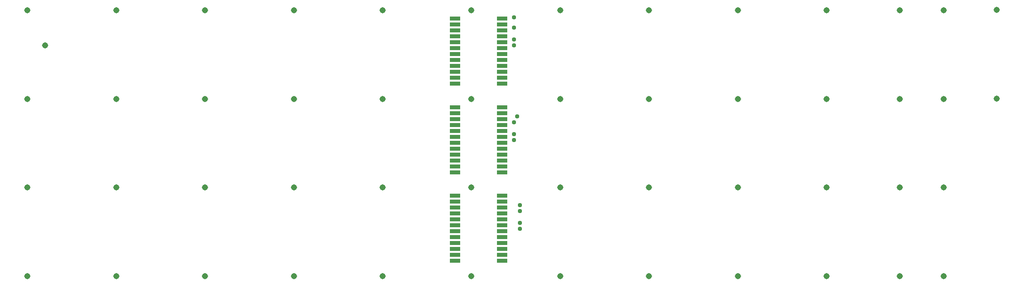
<source format=gbr>
G04 EAGLE Gerber RS-274X export*
G75*
%MOMM*%
%FSLAX34Y34*%
%LPD*%
%INSoldermask Bottom*%
%IPPOS*%
%AMOC8*
5,1,8,0,0,1.08239X$1,22.5*%
G01*
G04 Define Apertures*
%ADD10R,2.235200X0.863600*%
%ADD11C,1.311200*%
%ADD12C,0.959600*%
D10*
X1193292Y692150D03*
X1193292Y679450D03*
X1193292Y666750D03*
X1193292Y654050D03*
X1193292Y641350D03*
X1193292Y628650D03*
X1193292Y615950D03*
X1193292Y603250D03*
X1092708Y603250D03*
X1092708Y615950D03*
X1092708Y628650D03*
X1092708Y641350D03*
X1092708Y654050D03*
X1092708Y666750D03*
X1092708Y679450D03*
X1092708Y692150D03*
X1092708Y590550D03*
X1092708Y577850D03*
X1092708Y565150D03*
X1092708Y552450D03*
X1193292Y590550D03*
X1193292Y577850D03*
X1193292Y565150D03*
X1193292Y552450D03*
X1193292Y501650D03*
X1193292Y488950D03*
X1193292Y476250D03*
X1193292Y463550D03*
X1193292Y450850D03*
X1193292Y438150D03*
X1193292Y425450D03*
X1193292Y412750D03*
X1092708Y412750D03*
X1092708Y425450D03*
X1092708Y438150D03*
X1092708Y450850D03*
X1092708Y463550D03*
X1092708Y476250D03*
X1092708Y488950D03*
X1092708Y501650D03*
X1092708Y400050D03*
X1092708Y387350D03*
X1092708Y374650D03*
X1092708Y361950D03*
X1193292Y400050D03*
X1193292Y387350D03*
X1193292Y374650D03*
X1193292Y361950D03*
X1193292Y312420D03*
X1193292Y299720D03*
X1193292Y287020D03*
X1193292Y274320D03*
X1193292Y261620D03*
X1193292Y248920D03*
X1193292Y236220D03*
X1193292Y223520D03*
X1092708Y223520D03*
X1092708Y236220D03*
X1092708Y248920D03*
X1092708Y261620D03*
X1092708Y274320D03*
X1092708Y287020D03*
X1092708Y299720D03*
X1092708Y312420D03*
X1092708Y210820D03*
X1092708Y198120D03*
X1092708Y185420D03*
X1092708Y172720D03*
X1193292Y210820D03*
X1193292Y198120D03*
X1193292Y185420D03*
X1193292Y172720D03*
D11*
X747776Y519430D03*
X557784Y519430D03*
X367792Y519430D03*
X177800Y519430D03*
X2138680Y709930D03*
X2044700Y709930D03*
X1887728Y709930D03*
X1697736Y709930D03*
X1507744Y709930D03*
X1317752Y709930D03*
X1127760Y709930D03*
X937768Y709930D03*
X747776Y709930D03*
X557784Y709930D03*
X367792Y709930D03*
X177800Y709930D03*
X2251964Y711200D03*
X2251964Y520700D03*
X1507744Y330200D03*
X1317752Y330200D03*
X1127760Y330200D03*
X937768Y330200D03*
X747776Y330200D03*
X557784Y330200D03*
X367792Y330200D03*
X177800Y330200D03*
X2138680Y519430D03*
X2044700Y519430D03*
X1887728Y519430D03*
X1697736Y519430D03*
X1507744Y519430D03*
X1317752Y519430D03*
X1127760Y519430D03*
X937768Y519430D03*
X2138680Y139700D03*
X2044700Y139700D03*
X1887728Y139700D03*
X1697736Y139700D03*
X1507744Y139700D03*
X1317752Y139700D03*
X1127760Y139700D03*
X937768Y139700D03*
X747776Y139700D03*
X557784Y139700D03*
X367792Y139700D03*
X177800Y139700D03*
X2138680Y330200D03*
X2044700Y330200D03*
X1887728Y330200D03*
X1697736Y330200D03*
X215900Y635000D03*
D12*
X1219200Y635000D03*
X1219200Y431800D03*
X1231900Y241300D03*
X1231996Y292196D03*
X1219200Y694916D03*
X1225268Y482600D03*
X1219200Y647700D03*
X1219200Y444500D03*
X1231900Y254000D03*
X1219200Y673100D03*
X1219200Y469900D03*
X1231900Y279400D03*
M02*

</source>
